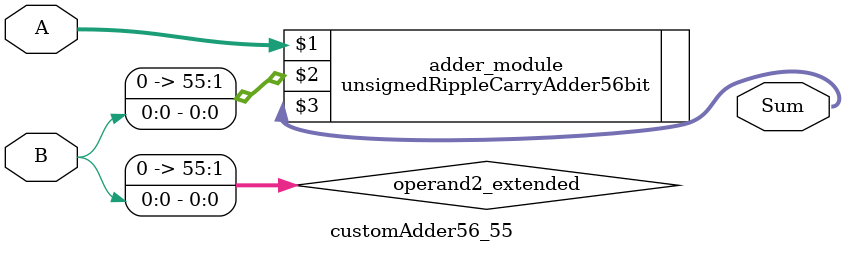
<source format=v>
module customAdder56_55(
                        input [55 : 0] A,
                        input [0 : 0] B,
                        
                        output [56 : 0] Sum
                );

        wire [55 : 0] operand2_extended;
        
        assign operand2_extended =  {55'b0, B};
        
        unsignedRippleCarryAdder56bit adder_module(
            A,
            operand2_extended,
            Sum
        );
        
        endmodule
        
</source>
